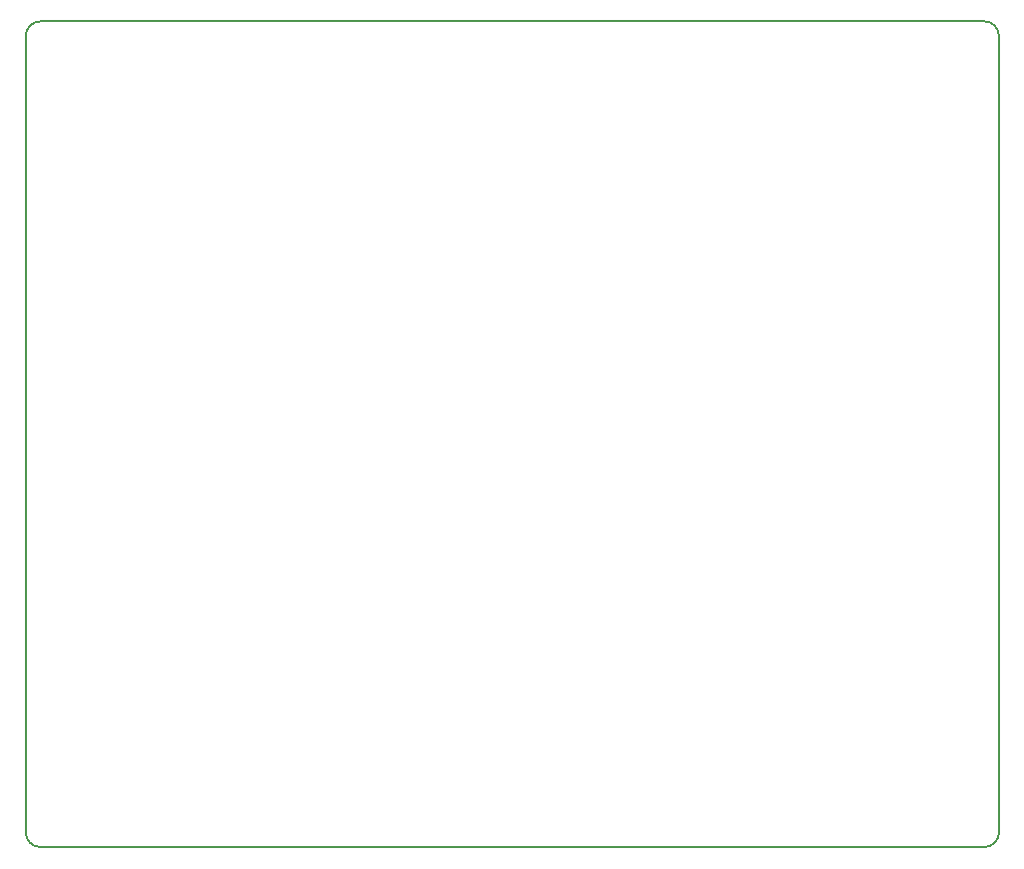
<source format=gm1>
G04*
G04 #@! TF.GenerationSoftware,Altium Limited,Altium Designer,23.6.0 (18)*
G04*
G04 Layer_Color=16711935*
%FSLAX25Y25*%
%MOIN*%
G70*
G04*
G04 #@! TF.SameCoordinates,CC12AEB3-2111-4EF4-9384-BB861815B030*
G04*
G04*
G04 #@! TF.FilePolarity,Positive*
G04*
G01*
G75*
%ADD16C,0.00800*%
D16*
X500303Y444500D02*
G03*
X495303Y449500I-5000J0D01*
G01*
Y173909D02*
G03*
X500303Y178909I0J5000D01*
G01*
X175500D02*
G03*
X180500Y173909I5000J0D01*
G01*
Y449500D02*
G03*
X175500Y444500I0J-5000D01*
G01*
Y178909D02*
Y184500D01*
Y438500D02*
Y444500D01*
Y184500D02*
Y438500D01*
X500303Y439197D02*
Y444500D01*
X490000Y449500D02*
X495303D01*
X186500D02*
X490000D01*
X500303Y184303D02*
Y439197D01*
Y178909D02*
Y184303D01*
X489910Y173909D02*
X495303D01*
X186091D02*
X489910D01*
X180500D02*
X186091D01*
X180500Y449500D02*
X186500D01*
M02*

</source>
